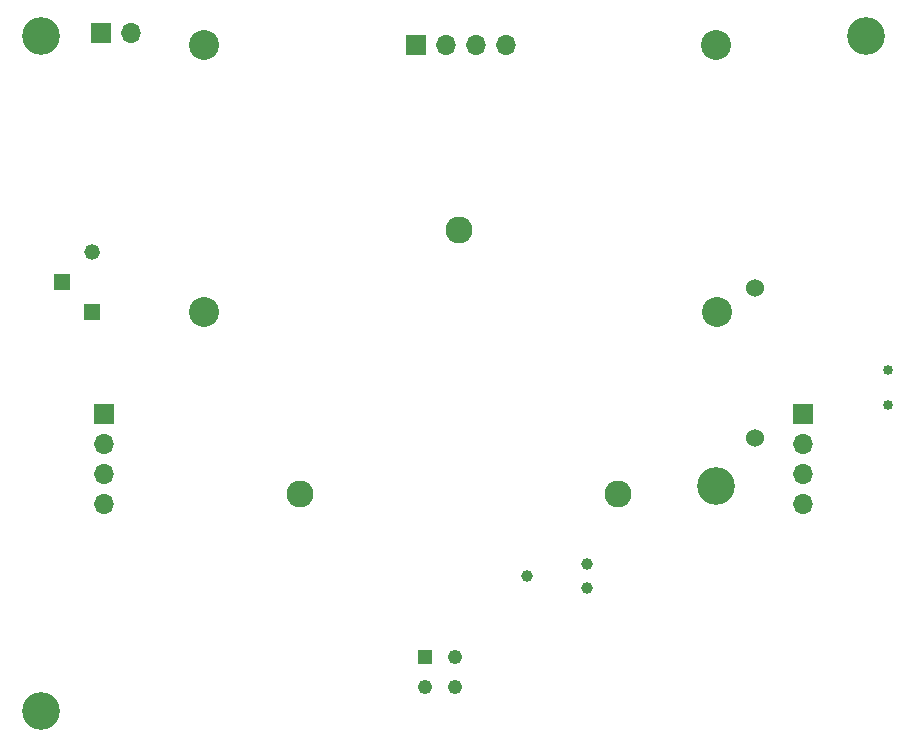
<source format=gbs>
%TF.GenerationSoftware,KiCad,Pcbnew,(5.1.12)-1*%
%TF.CreationDate,2022-01-31T19:51:58-07:00*%
%TF.ProjectId,Annoyatron_v2,416e6e6f-7961-4747-926f-6e5f76322e6b,rev?*%
%TF.SameCoordinates,Original*%
%TF.FileFunction,Soldermask,Bot*%
%TF.FilePolarity,Negative*%
%FSLAX46Y46*%
G04 Gerber Fmt 4.6, Leading zero omitted, Abs format (unit mm)*
G04 Created by KiCad (PCBNEW (5.1.12)-1) date 2022-01-31 19:51:58*
%MOMM*%
%LPD*%
G01*
G04 APERTURE LIST*
%ADD10R,1.320800X1.320800*%
%ADD11C,1.320800*%
%ADD12C,3.200000*%
%ADD13C,2.290000*%
%ADD14C,1.524000*%
%ADD15C,0.991000*%
%ADD16C,2.540000*%
%ADD17R,1.700000X1.700000*%
%ADD18O,1.700000X1.700000*%
%ADD19C,1.219200*%
%ADD20R,1.219200X1.219200*%
%ADD21C,0.850000*%
G04 APERTURE END LIST*
D10*
%TO.C,R1*%
X104902000Y-86106000D03*
X102362000Y-83566000D03*
D11*
X104902000Y-81026000D03*
%TD*%
D12*
%TO.C,H4*%
X100584000Y-62738000D03*
%TD*%
%TO.C,H3*%
X157734000Y-100838000D03*
%TD*%
%TO.C,H2*%
X170434000Y-62738000D03*
%TD*%
%TO.C,H1*%
X100584000Y-119888000D03*
%TD*%
D13*
%TO.C,BT1*%
X149489000Y-101514000D03*
X122519000Y-101514000D03*
X136009000Y-79164000D03*
D14*
X161089000Y-84074000D03*
X161089000Y-96774000D03*
%TD*%
D15*
%TO.C,TAG1*%
X141732000Y-108458000D03*
X146812000Y-107443000D03*
X146812000Y-109473000D03*
%TD*%
D16*
%TO.C,DISPLAY1*%
X114427000Y-86106000D03*
X114427000Y-63500000D03*
X157734000Y-63500000D03*
X157861000Y-86106000D03*
D17*
X132334000Y-63500000D03*
D18*
X134874000Y-63500000D03*
X137414000Y-63500000D03*
X139954000Y-63500000D03*
%TD*%
%TO.C,WIRE_SINK1*%
X165100000Y-102362000D03*
X165100000Y-99822000D03*
X165100000Y-97282000D03*
D17*
X165100000Y-94742000D03*
%TD*%
D18*
%TO.C,WIRE_SRC1*%
X105918000Y-102362000D03*
X105918000Y-99822000D03*
X105918000Y-97282000D03*
D17*
X105918000Y-94742000D03*
%TD*%
D19*
%TO.C,PIR1*%
X135636000Y-115316000D03*
X135636000Y-117856000D03*
X133096000Y-117856000D03*
D20*
X133096000Y-115316000D03*
%TD*%
D21*
%TO.C,ON1*%
X172362000Y-90956000D03*
X172362000Y-93956000D03*
%TD*%
D18*
%TO.C,J2*%
X108204000Y-62484000D03*
D17*
X105664000Y-62484000D03*
%TD*%
M02*

</source>
